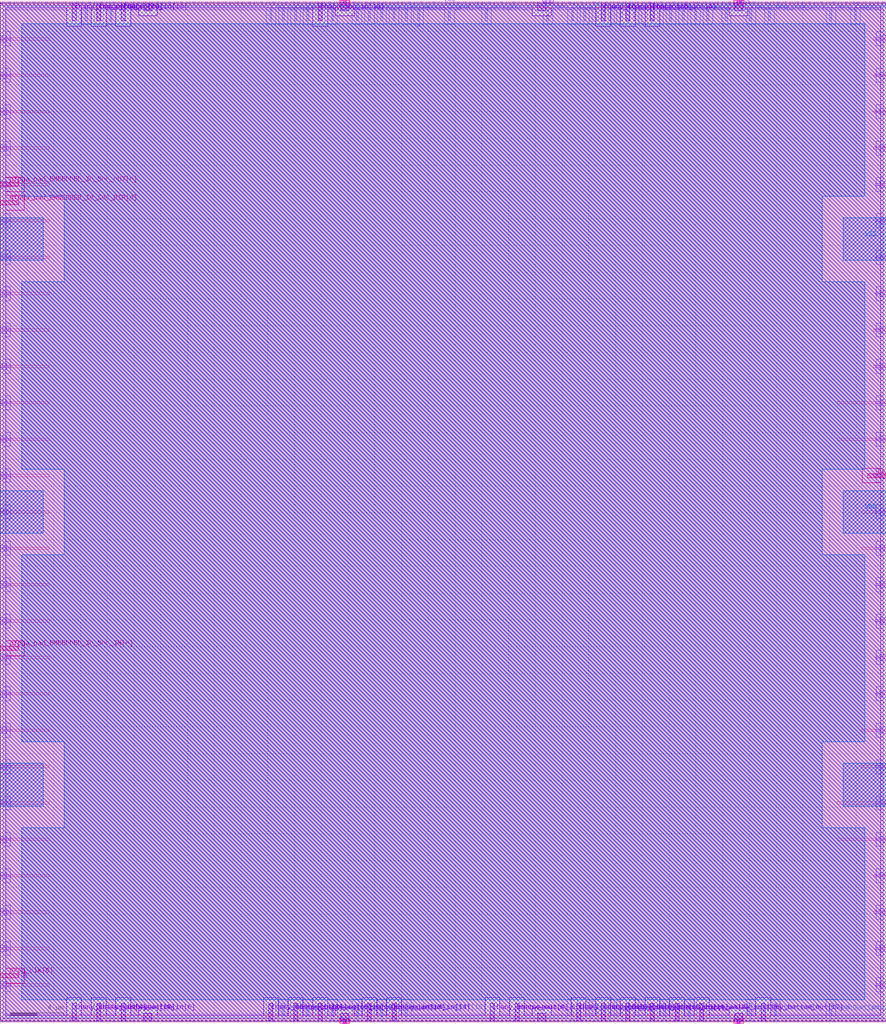
<source format=lef>
VERSION 5.7 ;
BUSBITCHARS "[]" ;

UNITS
  DATABASE MICRONS 1000 ;
END UNITS

MANUFACTURINGGRID 0.005 ;

LAYER li1
  TYPE ROUTING ;
  DIRECTION VERTICAL ;
  PITCH 0.46 ;
  WIDTH 0.17 ;
END li1

LAYER mcon
  TYPE CUT ;
END mcon

LAYER met1
  TYPE ROUTING ;
  DIRECTION HORIZONTAL ;
  PITCH 0.34 ;
  WIDTH 0.14 ;
END met1

LAYER via
  TYPE CUT ;
END via

LAYER met2
  TYPE ROUTING ;
  DIRECTION VERTICAL ;
  PITCH 0.46 ;
  WIDTH 0.14 ;
END met2

LAYER via2
  TYPE CUT ;
END via2

LAYER met3
  TYPE ROUTING ;
  DIRECTION HORIZONTAL ;
  PITCH 0.68 ;
  WIDTH 0.3 ;
END met3

LAYER via3
  TYPE CUT ;
END via3

LAYER met4
  TYPE ROUTING ;
  DIRECTION VERTICAL ;
  PITCH 0.92 ;
  WIDTH 0.3 ;
END met4

LAYER via4
  TYPE CUT ;
END via4

LAYER met5
  TYPE ROUTING ;
  DIRECTION HORIZONTAL ;
  PITCH 3.4 ;
  WIDTH 1.6 ;
END met5

LAYER nwell
  TYPE MASTERSLICE ;
END nwell

LAYER pwell
  TYPE MASTERSLICE ;
END pwell

LAYER OVERLAP
  TYPE OVERLAP ;
END OVERLAP

VIA L1M1_PR
  LAYER li1 ;
    RECT -0.085 -0.085 0.085 0.085 ;
  LAYER mcon ;
    RECT -0.085 -0.085 0.085 0.085 ;
  LAYER met1 ;
    RECT -0.145 -0.115 0.145 0.115 ;
END L1M1_PR

VIA L1M1_PR_R
  LAYER li1 ;
    RECT -0.085 -0.085 0.085 0.085 ;
  LAYER mcon ;
    RECT -0.085 -0.085 0.085 0.085 ;
  LAYER met1 ;
    RECT -0.115 -0.145 0.115 0.145 ;
END L1M1_PR_R

VIA L1M1_PR_M
  LAYER li1 ;
    RECT -0.085 -0.085 0.085 0.085 ;
  LAYER mcon ;
    RECT -0.085 -0.085 0.085 0.085 ;
  LAYER met1 ;
    RECT -0.115 -0.145 0.115 0.145 ;
END L1M1_PR_M

VIA L1M1_PR_MR
  LAYER li1 ;
    RECT -0.085 -0.085 0.085 0.085 ;
  LAYER mcon ;
    RECT -0.085 -0.085 0.085 0.085 ;
  LAYER met1 ;
    RECT -0.145 -0.115 0.145 0.115 ;
END L1M1_PR_MR

VIA L1M1_PR_C
  LAYER li1 ;
    RECT -0.085 -0.085 0.085 0.085 ;
  LAYER mcon ;
    RECT -0.085 -0.085 0.085 0.085 ;
  LAYER met1 ;
    RECT -0.145 -0.145 0.145 0.145 ;
END L1M1_PR_C

VIA M1M2_PR
  LAYER met1 ;
    RECT -0.16 -0.13 0.16 0.13 ;
  LAYER via ;
    RECT -0.075 -0.075 0.075 0.075 ;
  LAYER met2 ;
    RECT -0.13 -0.16 0.13 0.16 ;
END M1M2_PR

VIA M1M2_PR_Enc
  LAYER met1 ;
    RECT -0.16 -0.13 0.16 0.13 ;
  LAYER via ;
    RECT -0.075 -0.075 0.075 0.075 ;
  LAYER met2 ;
    RECT -0.16 -0.13 0.16 0.13 ;
END M1M2_PR_Enc

VIA M1M2_PR_R
  LAYER met1 ;
    RECT -0.13 -0.16 0.13 0.16 ;
  LAYER via ;
    RECT -0.075 -0.075 0.075 0.075 ;
  LAYER met2 ;
    RECT -0.16 -0.13 0.16 0.13 ;
END M1M2_PR_R

VIA M1M2_PR_R_Enc
  LAYER met1 ;
    RECT -0.13 -0.16 0.13 0.16 ;
  LAYER via ;
    RECT -0.075 -0.075 0.075 0.075 ;
  LAYER met2 ;
    RECT -0.13 -0.16 0.13 0.16 ;
END M1M2_PR_R_Enc

VIA M1M2_PR_M
  LAYER met1 ;
    RECT -0.16 -0.13 0.16 0.13 ;
  LAYER via ;
    RECT -0.075 -0.075 0.075 0.075 ;
  LAYER met2 ;
    RECT -0.16 -0.13 0.16 0.13 ;
END M1M2_PR_M

VIA M1M2_PR_M_Enc
  LAYER met1 ;
    RECT -0.16 -0.13 0.16 0.13 ;
  LAYER via ;
    RECT -0.075 -0.075 0.075 0.075 ;
  LAYER met2 ;
    RECT -0.13 -0.16 0.13 0.16 ;
END M1M2_PR_M_Enc

VIA M1M2_PR_MR
  LAYER met1 ;
    RECT -0.13 -0.16 0.13 0.16 ;
  LAYER via ;
    RECT -0.075 -0.075 0.075 0.075 ;
  LAYER met2 ;
    RECT -0.13 -0.16 0.13 0.16 ;
END M1M2_PR_MR

VIA M1M2_PR_MR_Enc
  LAYER met1 ;
    RECT -0.13 -0.16 0.13 0.16 ;
  LAYER via ;
    RECT -0.075 -0.075 0.075 0.075 ;
  LAYER met2 ;
    RECT -0.16 -0.13 0.16 0.13 ;
END M1M2_PR_MR_Enc

VIA M1M2_PR_C
  LAYER met1 ;
    RECT -0.16 -0.16 0.16 0.16 ;
  LAYER via ;
    RECT -0.075 -0.075 0.075 0.075 ;
  LAYER met2 ;
    RECT -0.16 -0.16 0.16 0.16 ;
END M1M2_PR_C

VIA M2M3_PR
  LAYER met2 ;
    RECT -0.14 -0.185 0.14 0.185 ;
  LAYER via2 ;
    RECT -0.1 -0.1 0.1 0.1 ;
  LAYER met3 ;
    RECT -0.165 -0.165 0.165 0.165 ;
END M2M3_PR

VIA M2M3_PR_R
  LAYER met2 ;
    RECT -0.185 -0.14 0.185 0.14 ;
  LAYER via2 ;
    RECT -0.1 -0.1 0.1 0.1 ;
  LAYER met3 ;
    RECT -0.165 -0.165 0.165 0.165 ;
END M2M3_PR_R

VIA M2M3_PR_M
  LAYER met2 ;
    RECT -0.14 -0.185 0.14 0.185 ;
  LAYER via2 ;
    RECT -0.1 -0.1 0.1 0.1 ;
  LAYER met3 ;
    RECT -0.165 -0.165 0.165 0.165 ;
END M2M3_PR_M

VIA M2M3_PR_MR
  LAYER met2 ;
    RECT -0.185 -0.14 0.185 0.14 ;
  LAYER via2 ;
    RECT -0.1 -0.1 0.1 0.1 ;
  LAYER met3 ;
    RECT -0.165 -0.165 0.165 0.165 ;
END M2M3_PR_MR

VIA M2M3_PR_C
  LAYER met2 ;
    RECT -0.185 -0.185 0.185 0.185 ;
  LAYER via2 ;
    RECT -0.1 -0.1 0.1 0.1 ;
  LAYER met3 ;
    RECT -0.165 -0.165 0.165 0.165 ;
END M2M3_PR_C

VIA M3M4_PR
  LAYER met3 ;
    RECT -0.19 -0.16 0.19 0.16 ;
  LAYER via3 ;
    RECT -0.1 -0.1 0.1 0.1 ;
  LAYER met4 ;
    RECT -0.165 -0.165 0.165 0.165 ;
END M3M4_PR

VIA M3M4_PR_R
  LAYER met3 ;
    RECT -0.16 -0.19 0.16 0.19 ;
  LAYER via3 ;
    RECT -0.1 -0.1 0.1 0.1 ;
  LAYER met4 ;
    RECT -0.165 -0.165 0.165 0.165 ;
END M3M4_PR_R

VIA M3M4_PR_M
  LAYER met3 ;
    RECT -0.19 -0.16 0.19 0.16 ;
  LAYER via3 ;
    RECT -0.1 -0.1 0.1 0.1 ;
  LAYER met4 ;
    RECT -0.165 -0.165 0.165 0.165 ;
END M3M4_PR_M

VIA M3M4_PR_MR
  LAYER met3 ;
    RECT -0.16 -0.19 0.16 0.19 ;
  LAYER via3 ;
    RECT -0.1 -0.1 0.1 0.1 ;
  LAYER met4 ;
    RECT -0.165 -0.165 0.165 0.165 ;
END M3M4_PR_MR

VIA M3M4_PR_C
  LAYER met3 ;
    RECT -0.19 -0.19 0.19 0.19 ;
  LAYER via3 ;
    RECT -0.1 -0.1 0.1 0.1 ;
  LAYER met4 ;
    RECT -0.165 -0.165 0.165 0.165 ;
END M3M4_PR_C

VIA M4M5_PR
  LAYER met4 ;
    RECT -0.59 -0.59 0.59 0.59 ;
  LAYER via4 ;
    RECT -0.4 -0.4 0.4 0.4 ;
  LAYER met5 ;
    RECT -0.71 -0.71 0.71 0.71 ;
END M4M5_PR

VIA M4M5_PR_R
  LAYER met4 ;
    RECT -0.59 -0.59 0.59 0.59 ;
  LAYER via4 ;
    RECT -0.4 -0.4 0.4 0.4 ;
  LAYER met5 ;
    RECT -0.71 -0.71 0.71 0.71 ;
END M4M5_PR_R

VIA M4M5_PR_M
  LAYER met4 ;
    RECT -0.59 -0.59 0.59 0.59 ;
  LAYER via4 ;
    RECT -0.4 -0.4 0.4 0.4 ;
  LAYER met5 ;
    RECT -0.71 -0.71 0.71 0.71 ;
END M4M5_PR_M

VIA M4M5_PR_MR
  LAYER met4 ;
    RECT -0.59 -0.59 0.59 0.59 ;
  LAYER via4 ;
    RECT -0.4 -0.4 0.4 0.4 ;
  LAYER met5 ;
    RECT -0.71 -0.71 0.71 0.71 ;
END M4M5_PR_MR

VIA M4M5_PR_C
  LAYER met4 ;
    RECT -0.59 -0.59 0.59 0.59 ;
  LAYER via4 ;
    RECT -0.4 -0.4 0.4 0.4 ;
  LAYER met5 ;
    RECT -0.71 -0.71 0.71 0.71 ;
END M4M5_PR_C

SITE unit
  CLASS CORE ;
  SYMMETRY Y ;
  SIZE 0.46 BY 2.72 ;
END unit

SITE unithddbl
  CLASS CORE ;
  SIZE 0.46 BY 5.44 ;
END unithddbl

MACRO cby_0__1_
  CLASS BLOCK ;
  ORIGIN 0 0 ;
  SIZE 66.24 BY 76.16 ;
  SYMMETRY X Y ;
  PIN prog_clk[0]
    DIRECTION INPUT ;
    USE CLOCK ;
    PORT
      LAYER met3 ;
        RECT 0 3.25 1.38 3.55 ;
    END
  END prog_clk[0]
  PIN chany_bottom_in[0]
    DIRECTION INPUT ;
    USE SIGNAL ;
    PORT
      LAYER met2 ;
        RECT 56.05 0 56.19 1.36 ;
    END
  END chany_bottom_in[0]
  PIN chany_bottom_in[1]
    DIRECTION INPUT ;
    USE SIGNAL ;
    PORT
      LAYER met2 ;
        RECT 24.77 0 24.91 1.36 ;
    END
  END chany_bottom_in[1]
  PIN chany_bottom_in[2]
    DIRECTION INPUT ;
    USE SIGNAL ;
    PORT
      LAYER met2 ;
        RECT 50.53 0 50.67 1.36 ;
    END
  END chany_bottom_in[2]
  PIN chany_bottom_in[3]
    DIRECTION INPUT ;
    USE SIGNAL ;
    PORT
      LAYER met4 ;
        RECT 20.09 0 20.39 1.36 ;
    END
  END chany_bottom_in[3]
  PIN chany_bottom_in[4]
    DIRECTION INPUT ;
    USE SIGNAL ;
    PORT
      LAYER met2 ;
        RECT 49.61 0 49.75 1.36 ;
    END
  END chany_bottom_in[4]
  PIN chany_bottom_in[5]
    DIRECTION INPUT ;
    USE SIGNAL ;
    PORT
      LAYER met4 ;
        RECT 43.09 0 43.39 1.36 ;
    END
  END chany_bottom_in[5]
  PIN chany_bottom_in[6]
    DIRECTION INPUT ;
    USE SIGNAL ;
    PORT
      LAYER met4 ;
        RECT 9.05 0 9.35 1.36 ;
    END
  END chany_bottom_in[6]
  PIN chany_bottom_in[7]
    DIRECTION INPUT ;
    USE SIGNAL ;
    PORT
      LAYER met4 ;
        RECT 50.45 0 50.75 1.36 ;
    END
  END chany_bottom_in[7]
  PIN chany_bottom_in[8]
    DIRECTION INPUT ;
    USE SIGNAL ;
    PORT
      LAYER met4 ;
        RECT 44.93 0 45.23 1.36 ;
    END
  END chany_bottom_in[8]
  PIN chany_bottom_in[9]
    DIRECTION INPUT ;
    USE SIGNAL ;
    PORT
      LAYER met4 ;
        RECT 5.37 0 5.67 1.36 ;
    END
  END chany_bottom_in[9]
  PIN chany_bottom_in[10]
    DIRECTION INPUT ;
    USE SIGNAL ;
    PORT
      LAYER met2 ;
        RECT 46.39 0 46.53 1.36 ;
    END
  END chany_bottom_in[10]
  PIN chany_bottom_in[11]
    DIRECTION INPUT ;
    USE SIGNAL ;
    PORT
      LAYER met4 ;
        RECT 48.61 0 48.91 1.36 ;
    END
  END chany_bottom_in[11]
  PIN chany_bottom_in[12]
    DIRECTION INPUT ;
    USE SIGNAL ;
    PORT
      LAYER met2 ;
        RECT 52.37 0 52.51 1.36 ;
    END
  END chany_bottom_in[12]
  PIN chany_bottom_in[13]
    DIRECTION INPUT ;
    USE SIGNAL ;
    PORT
      LAYER met4 ;
        RECT 46.77 0 47.07 1.36 ;
    END
  END chany_bottom_in[13]
  PIN chany_bottom_in[14]
    DIRECTION INPUT ;
    USE SIGNAL ;
    PORT
      LAYER met4 ;
        RECT 29.29 0 29.59 1.36 ;
    END
  END chany_bottom_in[14]
  PIN chany_bottom_in[15]
    DIRECTION INPUT ;
    USE SIGNAL ;
    PORT
      LAYER met4 ;
        RECT 21.93 0 22.23 1.36 ;
    END
  END chany_bottom_in[15]
  PIN chany_bottom_in[16]
    DIRECTION INPUT ;
    USE SIGNAL ;
    PORT
      LAYER met2 ;
        RECT 48.69 0 48.83 1.36 ;
    END
  END chany_bottom_in[16]
  PIN chany_bottom_in[17]
    DIRECTION INPUT ;
    USE SIGNAL ;
    PORT
      LAYER met4 ;
        RECT 27.45 0 27.75 1.36 ;
    END
  END chany_bottom_in[17]
  PIN chany_bottom_in[18]
    DIRECTION INPUT ;
    USE SIGNAL ;
    PORT
      LAYER met4 ;
        RECT 7.21 0 7.51 1.36 ;
    END
  END chany_bottom_in[18]
  PIN chany_bottom_in[19]
    DIRECTION INPUT ;
    USE SIGNAL ;
    PORT
      LAYER met4 ;
        RECT 23.77 0 24.07 1.36 ;
    END
  END chany_bottom_in[19]
  PIN chany_top_in[0]
    DIRECTION INPUT ;
    USE SIGNAL ;
    PORT
      LAYER met2 ;
        RECT 54.21 74.8 54.35 76.16 ;
    END
  END chany_top_in[0]
  PIN chany_top_in[1]
    DIRECTION INPUT ;
    USE SIGNAL ;
    PORT
      LAYER met2 ;
        RECT 48.23 74.8 48.37 76.16 ;
    END
  END chany_top_in[1]
  PIN chany_top_in[2]
    DIRECTION INPUT ;
    USE SIGNAL ;
    PORT
      LAYER met2 ;
        RECT 57.43 74.8 57.57 76.16 ;
    END
  END chany_top_in[2]
  PIN chany_top_in[3]
    DIRECTION INPUT ;
    USE SIGNAL ;
    PORT
      LAYER met2 ;
        RECT 27.53 74.8 27.67 76.16 ;
    END
  END chany_top_in[3]
  PIN chany_top_in[4]
    DIRECTION INPUT ;
    USE SIGNAL ;
    PORT
      LAYER met2 ;
        RECT 56.05 74.8 56.19 76.16 ;
    END
  END chany_top_in[4]
  PIN chany_top_in[5]
    DIRECTION INPUT ;
    USE SIGNAL ;
    PORT
      LAYER met2 ;
        RECT 23.85 74.8 23.99 76.16 ;
    END
  END chany_top_in[5]
  PIN chany_top_in[6]
    DIRECTION INPUT ;
    USE SIGNAL ;
    PORT
      LAYER met2 ;
        RECT 26.61 74.8 26.75 76.16 ;
    END
  END chany_top_in[6]
  PIN chany_top_in[7]
    DIRECTION INPUT ;
    USE SIGNAL ;
    PORT
      LAYER met2 ;
        RECT 46.39 74.8 46.53 76.16 ;
    END
  END chany_top_in[7]
  PIN chany_top_in[8]
    DIRECTION INPUT ;
    USE SIGNAL ;
    PORT
      LAYER met2 ;
        RECT 47.31 74.8 47.45 76.16 ;
    END
  END chany_top_in[8]
  PIN chany_top_in[9]
    DIRECTION INPUT ;
    USE SIGNAL ;
    PORT
      LAYER met2 ;
        RECT 24.77 74.8 24.91 76.16 ;
    END
  END chany_top_in[9]
  PIN chany_top_in[10]
    DIRECTION INPUT ;
    USE SIGNAL ;
    PORT
      LAYER met2 ;
        RECT 62.03 74.8 62.17 76.16 ;
    END
  END chany_top_in[10]
  PIN chany_top_in[11]
    DIRECTION INPUT ;
    USE SIGNAL ;
    PORT
      LAYER met4 ;
        RECT 44.93 74.8 45.23 76.16 ;
    END
  END chany_top_in[11]
  PIN chany_top_in[12]
    DIRECTION INPUT ;
    USE SIGNAL ;
    PORT
      LAYER met2 ;
        RECT 49.15 74.8 49.29 76.16 ;
    END
  END chany_top_in[12]
  PIN chany_top_in[13]
    DIRECTION INPUT ;
    USE SIGNAL ;
    PORT
      LAYER met4 ;
        RECT 9.05 74.8 9.35 76.16 ;
    END
  END chany_top_in[13]
  PIN chany_top_in[14]
    DIRECTION INPUT ;
    USE SIGNAL ;
    PORT
      LAYER met4 ;
        RECT 48.61 74.8 48.91 76.16 ;
    END
  END chany_top_in[14]
  PIN chany_top_in[15]
    DIRECTION INPUT ;
    USE SIGNAL ;
    PORT
      LAYER met4 ;
        RECT 46.77 74.8 47.07 76.16 ;
    END
  END chany_top_in[15]
  PIN chany_top_in[16]
    DIRECTION INPUT ;
    USE SIGNAL ;
    PORT
      LAYER met2 ;
        RECT 40.87 74.8 41.01 76.16 ;
    END
  END chany_top_in[16]
  PIN chany_top_in[17]
    DIRECTION INPUT ;
    USE SIGNAL ;
    PORT
      LAYER met4 ;
        RECT 5.37 74.8 5.67 76.16 ;
    END
  END chany_top_in[17]
  PIN chany_top_in[18]
    DIRECTION INPUT ;
    USE SIGNAL ;
    PORT
      LAYER met4 ;
        RECT 23.77 74.8 24.07 76.16 ;
    END
  END chany_top_in[18]
  PIN chany_top_in[19]
    DIRECTION INPUT ;
    USE SIGNAL ;
    PORT
      LAYER met4 ;
        RECT 7.21 74.8 7.51 76.16 ;
    END
  END chany_top_in[19]
  PIN ccff_head[0]
    DIRECTION INPUT ;
    USE SIGNAL ;
    PORT
      LAYER met2 ;
        RECT 43.63 74.8 43.77 76.16 ;
    END
  END ccff_head[0]
  PIN chany_bottom_out[0]
    DIRECTION OUTPUT ;
    USE SIGNAL ;
    PORT
      LAYER met2 ;
        RECT 51.45 0 51.59 1.36 ;
    END
  END chany_bottom_out[0]
  PIN chany_bottom_out[1]
    DIRECTION OUTPUT ;
    USE SIGNAL ;
    PORT
      LAYER met2 ;
        RECT 44.55 0 44.69 1.36 ;
    END
  END chany_bottom_out[1]
  PIN chany_bottom_out[2]
    DIRECTION OUTPUT ;
    USE SIGNAL ;
    PORT
      LAYER met2 ;
        RECT 42.71 0 42.85 1.36 ;
    END
  END chany_bottom_out[2]
  PIN chany_bottom_out[3]
    DIRECTION OUTPUT ;
    USE SIGNAL ;
    PORT
      LAYER met2 ;
        RECT 22.01 0 22.15 1.36 ;
    END
  END chany_bottom_out[3]
  PIN chany_bottom_out[4]
    DIRECTION OUTPUT ;
    USE SIGNAL ;
    PORT
      LAYER met2 ;
        RECT 45.47 0 45.61 1.36 ;
    END
  END chany_bottom_out[4]
  PIN chany_bottom_out[5]
    DIRECTION OUTPUT ;
    USE SIGNAL ;
    PORT
      LAYER met2 ;
        RECT 27.53 0 27.67 1.36 ;
    END
  END chany_bottom_out[5]
  PIN chany_bottom_out[6]
    DIRECTION OUTPUT ;
    USE SIGNAL ;
    PORT
      LAYER met2 ;
        RECT 29.37 0 29.51 1.36 ;
    END
  END chany_bottom_out[6]
  PIN chany_bottom_out[7]
    DIRECTION OUTPUT ;
    USE SIGNAL ;
    PORT
      LAYER met2 ;
        RECT 22.93 0 23.07 1.36 ;
    END
  END chany_bottom_out[7]
  PIN chany_bottom_out[8]
    DIRECTION OUTPUT ;
    USE SIGNAL ;
    PORT
      LAYER met2 ;
        RECT 23.85 0 23.99 1.36 ;
    END
  END chany_bottom_out[8]
  PIN chany_bottom_out[9]
    DIRECTION OUTPUT ;
    USE SIGNAL ;
    PORT
      LAYER met4 ;
        RECT 36.65 0 36.95 1.36 ;
    END
  END chany_bottom_out[9]
  PIN chany_bottom_out[10]
    DIRECTION OUTPUT ;
    USE SIGNAL ;
    PORT
      LAYER met4 ;
        RECT 38.49 0 38.79 1.36 ;
    END
  END chany_bottom_out[10]
  PIN chany_bottom_out[11]
    DIRECTION OUTPUT ;
    USE SIGNAL ;
    PORT
      LAYER met2 ;
        RECT 47.31 0 47.45 1.36 ;
    END
  END chany_bottom_out[11]
  PIN chany_bottom_out[12]
    DIRECTION OUTPUT ;
    USE SIGNAL ;
    PORT
      LAYER met2 ;
        RECT 43.63 0 43.77 1.36 ;
    END
  END chany_bottom_out[12]
  PIN chany_bottom_out[13]
    DIRECTION OUTPUT ;
    USE SIGNAL ;
    PORT
      LAYER met2 ;
        RECT 62.03 0 62.17 1.36 ;
    END
  END chany_bottom_out[13]
  PIN chany_bottom_out[14]
    DIRECTION OUTPUT ;
    USE SIGNAL ;
    PORT
      LAYER met2 ;
        RECT 7.29 0 7.43 1.36 ;
    END
  END chany_bottom_out[14]
  PIN chany_bottom_out[15]
    DIRECTION OUTPUT ;
    USE SIGNAL ;
    PORT
      LAYER met2 ;
        RECT 26.61 0 26.75 1.36 ;
    END
  END chany_bottom_out[15]
  PIN chany_bottom_out[16]
    DIRECTION OUTPUT ;
    USE SIGNAL ;
    PORT
      LAYER met2 ;
        RECT 30.29 0 30.43 1.36 ;
    END
  END chany_bottom_out[16]
  PIN chany_bottom_out[17]
    DIRECTION OUTPUT ;
    USE SIGNAL ;
    PORT
      LAYER met4 ;
        RECT 56.89 0 57.19 1.36 ;
    END
  END chany_bottom_out[17]
  PIN chany_bottom_out[18]
    DIRECTION OUTPUT ;
    USE SIGNAL ;
    PORT
      LAYER met4 ;
        RECT 52.29 0 52.59 1.36 ;
    END
  END chany_bottom_out[18]
  PIN chany_bottom_out[19]
    DIRECTION OUTPUT ;
    USE SIGNAL ;
    PORT
      LAYER met2 ;
        RECT 28.45 0 28.59 1.36 ;
    END
  END chany_bottom_out[19]
  PIN chany_top_out[0]
    DIRECTION OUTPUT ;
    USE SIGNAL ;
    PORT
      LAYER met2 ;
        RECT 51.91 74.8 52.05 76.16 ;
    END
  END chany_top_out[0]
  PIN chany_top_out[1]
    DIRECTION OUTPUT ;
    USE SIGNAL ;
    PORT
      LAYER met2 ;
        RECT 45.47 74.8 45.61 76.16 ;
    END
  END chany_top_out[1]
  PIN chany_top_out[2]
    DIRECTION OUTPUT ;
    USE SIGNAL ;
    PORT
      LAYER met2 ;
        RECT 52.83 74.8 52.97 76.16 ;
    END
  END chany_top_out[2]
  PIN chany_top_out[3]
    DIRECTION OUTPUT ;
    USE SIGNAL ;
    PORT
      LAYER met2 ;
        RECT 44.55 74.8 44.69 76.16 ;
    END
  END chany_top_out[3]
  PIN chany_top_out[4]
    DIRECTION OUTPUT ;
    USE SIGNAL ;
    PORT
      LAYER met2 ;
        RECT 42.71 74.8 42.85 76.16 ;
    END
  END chany_top_out[4]
  PIN chany_top_out[5]
    DIRECTION OUTPUT ;
    USE SIGNAL ;
    PORT
      LAYER met2 ;
        RECT 50.07 74.8 50.21 76.16 ;
    END
  END chany_top_out[5]
  PIN chany_top_out[6]
    DIRECTION OUTPUT ;
    USE SIGNAL ;
    PORT
      LAYER met2 ;
        RECT 20.17 74.8 20.31 76.16 ;
    END
  END chany_top_out[6]
  PIN chany_top_out[7]
    DIRECTION OUTPUT ;
    USE SIGNAL ;
    PORT
      LAYER met2 ;
        RECT 22.93 74.8 23.07 76.16 ;
    END
  END chany_top_out[7]
  PIN chany_top_out[8]
    DIRECTION OUTPUT ;
    USE SIGNAL ;
    PORT
      LAYER met2 ;
        RECT 8.21 74.8 8.35 76.16 ;
    END
  END chany_top_out[8]
  PIN chany_top_out[9]
    DIRECTION OUTPUT ;
    USE SIGNAL ;
    PORT
      LAYER met2 ;
        RECT 21.09 74.8 21.23 76.16 ;
    END
  END chany_top_out[9]
  PIN chany_top_out[10]
    DIRECTION OUTPUT ;
    USE SIGNAL ;
    PORT
      LAYER met2 ;
        RECT 33.51 74.8 33.65 76.16 ;
    END
  END chany_top_out[10]
  PIN chany_top_out[11]
    DIRECTION OUTPUT ;
    USE SIGNAL ;
    PORT
      LAYER met2 ;
        RECT 29.37 74.8 29.51 76.16 ;
    END
  END chany_top_out[11]
  PIN chany_top_out[12]
    DIRECTION OUTPUT ;
    USE SIGNAL ;
    PORT
      LAYER met2 ;
        RECT 50.99 74.8 51.13 76.16 ;
    END
  END chany_top_out[12]
  PIN chany_top_out[13]
    DIRECTION OUTPUT ;
    USE SIGNAL ;
    PORT
      LAYER met2 ;
        RECT 30.29 74.8 30.43 76.16 ;
    END
  END chany_top_out[13]
  PIN chany_top_out[14]
    DIRECTION OUTPUT ;
    USE SIGNAL ;
    PORT
      LAYER met2 ;
        RECT 28.45 74.8 28.59 76.16 ;
    END
  END chany_top_out[14]
  PIN chany_top_out[15]
    DIRECTION OUTPUT ;
    USE SIGNAL ;
    PORT
      LAYER met2 ;
        RECT 22.01 74.8 22.15 76.16 ;
    END
  END chany_top_out[15]
  PIN chany_top_out[16]
    DIRECTION OUTPUT ;
    USE SIGNAL ;
    PORT
      LAYER met2 ;
        RECT 36.27 74.8 36.41 76.16 ;
    END
  END chany_top_out[16]
  PIN chany_top_out[17]
    DIRECTION OUTPUT ;
    USE SIGNAL ;
    PORT
      LAYER met2 ;
        RECT 6.37 74.8 6.51 76.16 ;
    END
  END chany_top_out[17]
  PIN chany_top_out[18]
    DIRECTION OUTPUT ;
    USE SIGNAL ;
    PORT
      LAYER met2 ;
        RECT 31.21 74.8 31.35 76.16 ;
    END
  END chany_top_out[18]
  PIN chany_top_out[19]
    DIRECTION OUTPUT ;
    USE SIGNAL ;
    PORT
      LAYER met2 ;
        RECT 7.29 74.8 7.43 76.16 ;
    END
  END chany_top_out[19]
  PIN left_grid_pin_0_[0]
    DIRECTION OUTPUT ;
    USE SIGNAL ;
    PORT
      LAYER met2 ;
        RECT 20.17 0 20.31 1.36 ;
    END
  END left_grid_pin_0_[0]
  PIN ccff_tail[0]
    DIRECTION OUTPUT ;
    USE SIGNAL ;
    PORT
      LAYER met3 ;
        RECT 64.86 40.65 66.24 40.95 ;
    END
  END ccff_tail[0]
  PIN gfpga_pad_EMBEDDED_IO_SOC_IN[0]
    DIRECTION INPUT ;
    USE SIGNAL ;
    PORT
      LAYER met3 ;
        RECT 0 27.73 1.38 28.03 ;
    END
  END gfpga_pad_EMBEDDED_IO_SOC_IN[0]
  PIN gfpga_pad_EMBEDDED_IO_SOC_OUT[0]
    DIRECTION OUTPUT ;
    USE SIGNAL ;
    PORT
      LAYER met3 ;
        RECT 0 62.41 1.38 62.71 ;
    END
  END gfpga_pad_EMBEDDED_IO_SOC_OUT[0]
  PIN gfpga_pad_EMBEDDED_IO_SOC_DIR[0]
    DIRECTION OUTPUT ;
    USE SIGNAL ;
    PORT
      LAYER met3 ;
        RECT 0 61.05 1.38 61.35 ;
    END
  END gfpga_pad_EMBEDDED_IO_SOC_DIR[0]
  PIN right_width_0_height_0__pin_0_[0]
    DIRECTION INPUT ;
    USE SIGNAL ;
    PORT
      LAYER met2 ;
        RECT 21.09 0 21.23 1.36 ;
    END
  END right_width_0_height_0__pin_0_[0]
  PIN right_width_0_height_0__pin_1_upper[0]
    DIRECTION OUTPUT ;
    USE SIGNAL ;
    PORT
      LAYER met2 ;
        RECT 63.87 74.8 64.01 76.16 ;
    END
  END right_width_0_height_0__pin_1_upper[0]
  PIN right_width_0_height_0__pin_1_lower[0]
    DIRECTION OUTPUT ;
    USE SIGNAL ;
    PORT
      LAYER met2 ;
        RECT 57.89 0 58.03 1.36 ;
    END
  END right_width_0_height_0__pin_1_lower[0]
  PIN VDD
    DIRECTION INPUT ;
    USE POWER ;
    PORT
      LAYER met5 ;
        RECT 0 36.48 3.2 39.68 ;
        RECT 63.04 36.48 66.24 39.68 ;
      LAYER met4 ;
        RECT 10.74 0 11.34 0.6 ;
        RECT 40.18 0 40.78 0.6 ;
        RECT 10.74 75.56 11.34 76.16 ;
        RECT 40.18 75.56 40.78 76.16 ;
      LAYER met1 ;
        RECT 0 2.48 0.48 2.96 ;
        RECT 65.76 2.48 66.24 2.96 ;
        RECT 0 7.92 0.48 8.4 ;
        RECT 65.76 7.92 66.24 8.4 ;
        RECT 0 13.36 0.48 13.84 ;
        RECT 65.76 13.36 66.24 13.84 ;
        RECT 0 18.8 0.48 19.28 ;
        RECT 65.76 18.8 66.24 19.28 ;
        RECT 0 24.24 0.48 24.72 ;
        RECT 65.76 24.24 66.24 24.72 ;
        RECT 0 29.68 0.48 30.16 ;
        RECT 65.76 29.68 66.24 30.16 ;
        RECT 0 35.12 0.48 35.6 ;
        RECT 65.76 35.12 66.24 35.6 ;
        RECT 0 40.56 0.48 41.04 ;
        RECT 65.76 40.56 66.24 41.04 ;
        RECT 0 46 0.48 46.48 ;
        RECT 65.76 46 66.24 46.48 ;
        RECT 0 51.44 0.48 51.92 ;
        RECT 65.76 51.44 66.24 51.92 ;
        RECT 0 56.88 0.48 57.36 ;
        RECT 65.76 56.88 66.24 57.36 ;
        RECT 0 62.32 0.48 62.8 ;
        RECT 65.76 62.32 66.24 62.8 ;
        RECT 0 67.76 0.48 68.24 ;
        RECT 65.76 67.76 66.24 68.24 ;
        RECT 0 73.2 0.48 73.68 ;
        RECT 65.76 73.2 66.24 73.68 ;
    END
  END VDD
  PIN VSS
    DIRECTION INPUT ;
    USE GROUND ;
    PORT
      LAYER met5 ;
        RECT 0 16.08 3.2 19.28 ;
        RECT 63.04 16.08 66.24 19.28 ;
        RECT 0 56.88 3.2 60.08 ;
        RECT 63.04 56.88 66.24 60.08 ;
      LAYER met4 ;
        RECT 25.46 0 26.06 0.6 ;
        RECT 54.9 0 55.5 0.6 ;
        RECT 25.46 75.56 26.06 76.16 ;
        RECT 54.9 75.56 55.5 76.16 ;
      LAYER met1 ;
        RECT 0 0 66.24 0.24 ;
        RECT 0 5.2 0.48 5.68 ;
        RECT 65.76 5.2 66.24 5.68 ;
        RECT 0 10.64 0.48 11.12 ;
        RECT 65.76 10.64 66.24 11.12 ;
        RECT 0 16.08 0.48 16.56 ;
        RECT 65.76 16.08 66.24 16.56 ;
        RECT 0 21.52 0.48 22 ;
        RECT 65.76 21.52 66.24 22 ;
        RECT 0 26.96 0.48 27.44 ;
        RECT 65.76 26.96 66.24 27.44 ;
        RECT 0 32.4 0.48 32.88 ;
        RECT 65.76 32.4 66.24 32.88 ;
        RECT 0 37.84 0.48 38.32 ;
        RECT 65.76 37.84 66.24 38.32 ;
        RECT 0 43.28 0.48 43.76 ;
        RECT 65.76 43.28 66.24 43.76 ;
        RECT 0 48.72 0.48 49.2 ;
        RECT 65.76 48.72 66.24 49.2 ;
        RECT 0 54.16 0.48 54.64 ;
        RECT 65.76 54.16 66.24 54.64 ;
        RECT 0 59.6 0.48 60.08 ;
        RECT 65.76 59.6 66.24 60.08 ;
        RECT 0 65.04 0.48 65.52 ;
        RECT 65.76 65.04 66.24 65.52 ;
        RECT 0 70.48 0.48 70.96 ;
        RECT 65.76 70.48 66.24 70.96 ;
        RECT 0 75.92 66.24 76.16 ;
    END
  END VSS
  OBS
    LAYER li1 ;
      RECT 0 76.075 66.24 76.245 ;
      RECT 65.32 73.355 66.24 73.525 ;
      RECT 0 73.355 3.68 73.525 ;
      RECT 65.32 70.635 66.24 70.805 ;
      RECT 0 70.635 3.68 70.805 ;
      RECT 65.32 67.915 66.24 68.085 ;
      RECT 0 67.915 3.68 68.085 ;
      RECT 65.32 65.195 66.24 65.365 ;
      RECT 0 65.195 3.68 65.365 ;
      RECT 65.78 62.475 66.24 62.645 ;
      RECT 0 62.475 3.68 62.645 ;
      RECT 65.78 59.755 66.24 59.925 ;
      RECT 0 59.755 3.68 59.925 ;
      RECT 65.78 57.035 66.24 57.205 ;
      RECT 0 57.035 3.68 57.205 ;
      RECT 65.78 54.315 66.24 54.485 ;
      RECT 0 54.315 3.68 54.485 ;
      RECT 65.32 51.595 66.24 51.765 ;
      RECT 0 51.595 3.68 51.765 ;
      RECT 65.32 48.875 66.24 49.045 ;
      RECT 0 48.875 3.68 49.045 ;
      RECT 62.56 46.155 66.24 46.325 ;
      RECT 0 46.155 3.68 46.325 ;
      RECT 62.56 43.435 66.24 43.605 ;
      RECT 0 43.435 3.68 43.605 ;
      RECT 65.32 40.715 66.24 40.885 ;
      RECT 0 40.715 3.68 40.885 ;
      RECT 64.4 37.995 66.24 38.165 ;
      RECT 0 37.995 3.68 38.165 ;
      RECT 64.4 35.275 66.24 35.445 ;
      RECT 0 35.275 3.68 35.445 ;
      RECT 65.78 32.555 66.24 32.725 ;
      RECT 0 32.555 3.68 32.725 ;
      RECT 65.78 29.835 66.24 30.005 ;
      RECT 0 29.835 3.68 30.005 ;
      RECT 65.78 27.115 66.24 27.285 ;
      RECT 0 27.115 3.68 27.285 ;
      RECT 65.78 24.395 66.24 24.565 ;
      RECT 0 24.395 3.68 24.565 ;
      RECT 64.4 21.675 66.24 21.845 ;
      RECT 0 21.675 3.68 21.845 ;
      RECT 64.4 18.955 66.24 19.125 ;
      RECT 0 18.955 3.68 19.125 ;
      RECT 62.56 16.235 66.24 16.405 ;
      RECT 0 16.235 3.68 16.405 ;
      RECT 62.56 13.515 66.24 13.685 ;
      RECT 0 13.515 3.68 13.685 ;
      RECT 65.32 10.795 66.24 10.965 ;
      RECT 0 10.795 3.68 10.965 ;
      RECT 65.32 8.075 66.24 8.245 ;
      RECT 0 8.075 3.68 8.245 ;
      RECT 65.78 5.355 66.24 5.525 ;
      RECT 0 5.355 3.68 5.525 ;
      RECT 65.78 2.635 66.24 2.805 ;
      RECT 0 2.635 3.68 2.805 ;
      RECT 0 -0.085 66.24 0.085 ;
    LAYER met3 ;
      POLYGON 55.365 76.325 55.365 76.32 55.58 76.32 55.58 76 55.365 76 55.365 75.995 55.035 75.995 55.035 76 54.82 76 54.82 76.32 55.035 76.32 55.035 76.325 ;
      POLYGON 25.925 76.325 25.925 76.32 26.14 76.32 26.14 76 25.925 76 25.925 75.995 25.595 75.995 25.595 76 25.38 76 25.38 76.32 25.595 76.32 25.595 76.325 ;
      POLYGON 55.365 0.165 55.365 0.16 55.58 0.16 55.58 -0.16 55.365 -0.16 55.365 -0.165 55.035 -0.165 55.035 -0.16 54.82 -0.16 54.82 0.16 55.035 0.16 55.035 0.165 ;
      POLYGON 25.925 0.165 25.925 0.16 26.14 0.16 26.14 -0.16 25.925 -0.16 25.925 -0.165 25.595 -0.165 25.595 -0.16 25.38 -0.16 25.38 0.16 25.595 0.16 25.595 0.165 ;
      POLYGON 65.84 75.76 65.84 41.35 64.46 41.35 64.46 40.25 65.84 40.25 65.84 0.4 0.4 0.4 0.4 2.85 1.78 2.85 1.78 3.95 0.4 3.95 0.4 27.33 1.78 27.33 1.78 28.43 0.4 28.43 0.4 60.65 1.78 60.65 1.78 61.75 0.4 61.75 0.4 62.01 1.78 62.01 1.78 63.11 0.4 63.11 0.4 75.76 ;
    LAYER met2 ;
      RECT 55.06 75.975 55.34 76.345 ;
      RECT 25.62 75.975 25.9 76.345 ;
      RECT 55.06 -0.185 55.34 0.185 ;
      RECT 25.62 -0.185 25.9 0.185 ;
      POLYGON 65.96 75.88 65.96 0.28 62.45 0.28 62.45 1.64 61.75 1.64 61.75 0.28 58.31 0.28 58.31 1.64 57.61 1.64 57.61 0.28 56.47 0.28 56.47 1.64 55.77 1.64 55.77 0.28 52.79 0.28 52.79 1.64 52.09 1.64 52.09 0.28 51.87 0.28 51.87 1.64 51.17 1.64 51.17 0.28 50.95 0.28 50.95 1.64 50.25 1.64 50.25 0.28 50.03 0.28 50.03 1.64 49.33 1.64 49.33 0.28 49.11 0.28 49.11 1.64 48.41 1.64 48.41 0.28 47.73 0.28 47.73 1.64 47.03 1.64 47.03 0.28 46.81 0.28 46.81 1.64 46.11 1.64 46.11 0.28 45.89 0.28 45.89 1.64 45.19 1.64 45.19 0.28 44.97 0.28 44.97 1.64 44.27 1.64 44.27 0.28 44.05 0.28 44.05 1.64 43.35 1.64 43.35 0.28 43.13 0.28 43.13 1.64 42.43 1.64 42.43 0.28 30.71 0.28 30.71 1.64 30.01 1.64 30.01 0.28 29.79 0.28 29.79 1.64 29.09 1.64 29.09 0.28 28.87 0.28 28.87 1.64 28.17 1.64 28.17 0.28 27.95 0.28 27.95 1.64 27.25 1.64 27.25 0.28 27.03 0.28 27.03 1.64 26.33 1.64 26.33 0.28 25.19 0.28 25.19 1.64 24.49 1.64 24.49 0.28 24.27 0.28 24.27 1.64 23.57 1.64 23.57 0.28 23.35 0.28 23.35 1.64 22.65 1.64 22.65 0.28 22.43 0.28 22.43 1.64 21.73 1.64 21.73 0.28 21.51 0.28 21.51 1.64 20.81 1.64 20.81 0.28 20.59 0.28 20.59 1.64 19.89 1.64 19.89 0.28 7.71 0.28 7.71 1.64 7.01 1.64 7.01 0.28 0.28 0.28 0.28 75.88 6.09 75.88 6.09 74.52 6.79 74.52 6.79 75.88 7.01 75.88 7.01 74.52 7.71 74.52 7.71 75.88 7.93 75.88 7.93 74.52 8.63 74.52 8.63 75.88 19.89 75.88 19.89 74.52 20.59 74.52 20.59 75.88 20.81 75.88 20.81 74.52 21.51 74.52 21.51 75.88 21.73 75.88 21.73 74.52 22.43 74.52 22.43 75.88 22.65 75.88 22.65 74.52 23.35 74.52 23.35 75.88 23.57 75.88 23.57 74.52 24.27 74.52 24.27 75.88 24.49 75.88 24.49 74.52 25.19 74.52 25.19 75.88 26.33 75.88 26.33 74.52 27.03 74.52 27.03 75.88 27.25 75.88 27.25 74.52 27.95 74.52 27.95 75.88 28.17 75.88 28.17 74.52 28.87 74.52 28.87 75.88 29.09 75.88 29.09 74.52 29.79 74.52 29.79 75.88 30.01 75.88 30.01 74.52 30.71 74.52 30.71 75.88 30.93 75.88 30.93 74.52 31.63 74.52 31.63 75.88 33.23 75.88 33.23 74.52 33.93 74.52 33.93 75.88 35.99 75.88 35.99 74.52 36.69 74.52 36.69 75.88 40.59 75.88 40.59 74.52 41.29 74.52 41.29 75.88 42.43 75.88 42.43 74.52 43.13 74.52 43.13 75.88 43.35 75.88 43.35 74.52 44.05 74.52 44.05 75.88 44.27 75.88 44.27 74.52 44.97 74.52 44.97 75.88 45.19 75.88 45.19 74.52 45.89 74.52 45.89 75.88 46.11 75.88 46.11 74.52 46.81 74.52 46.81 75.88 47.03 75.88 47.03 74.52 47.73 74.52 47.73 75.88 47.95 75.88 47.95 74.52 48.65 74.52 48.65 75.88 48.87 75.88 48.87 74.52 49.57 74.52 49.57 75.88 49.79 75.88 49.79 74.52 50.49 74.52 50.49 75.88 50.71 75.88 50.71 74.52 51.41 74.52 51.41 75.88 51.63 75.88 51.63 74.52 52.33 74.52 52.33 75.88 52.55 75.88 52.55 74.52 53.25 74.52 53.25 75.88 53.93 75.88 53.93 74.52 54.63 74.52 54.63 75.88 55.77 75.88 55.77 74.52 56.47 74.52 56.47 75.88 57.15 75.88 57.15 74.52 57.85 74.52 57.85 75.88 61.75 75.88 61.75 74.52 62.45 74.52 62.45 75.88 63.59 75.88 63.59 74.52 64.29 74.52 64.29 75.88 ;
    LAYER met4 ;
      POLYGON 65.84 75.76 65.84 0.4 57.59 0.4 57.59 1.76 56.49 1.76 56.49 0.4 55.9 0.4 55.9 1 54.5 1 54.5 0.4 52.99 0.4 52.99 1.76 51.89 1.76 51.89 0.4 51.15 0.4 51.15 1.76 50.05 1.76 50.05 0.4 49.31 0.4 49.31 1.76 48.21 1.76 48.21 0.4 47.47 0.4 47.47 1.76 46.37 1.76 46.37 0.4 45.63 0.4 45.63 1.76 44.53 1.76 44.53 0.4 43.79 0.4 43.79 1.76 42.69 1.76 42.69 0.4 41.18 0.4 41.18 1 39.78 1 39.78 0.4 39.19 0.4 39.19 1.76 38.09 1.76 38.09 0.4 37.35 0.4 37.35 1.76 36.25 1.76 36.25 0.4 29.99 0.4 29.99 1.76 28.89 1.76 28.89 0.4 28.15 0.4 28.15 1.76 27.05 1.76 27.05 0.4 26.46 0.4 26.46 1 25.06 1 25.06 0.4 24.47 0.4 24.47 1.76 23.37 1.76 23.37 0.4 22.63 0.4 22.63 1.76 21.53 1.76 21.53 0.4 20.79 0.4 20.79 1.76 19.69 1.76 19.69 0.4 11.74 0.4 11.74 1 10.34 1 10.34 0.4 9.75 0.4 9.75 1.76 8.65 1.76 8.65 0.4 7.91 0.4 7.91 1.76 6.81 1.76 6.81 0.4 6.07 0.4 6.07 1.76 4.97 1.76 4.97 0.4 0.4 0.4 0.4 75.76 4.97 75.76 4.97 74.4 6.07 74.4 6.07 75.76 6.81 75.76 6.81 74.4 7.91 74.4 7.91 75.76 8.65 75.76 8.65 74.4 9.75 74.4 9.75 75.76 10.34 75.76 10.34 75.16 11.74 75.16 11.74 75.76 23.37 75.76 23.37 74.4 24.47 74.4 24.47 75.76 25.06 75.76 25.06 75.16 26.46 75.16 26.46 75.76 39.78 75.76 39.78 75.16 41.18 75.16 41.18 75.76 44.53 75.76 44.53 74.4 45.63 74.4 45.63 75.76 46.37 75.76 46.37 74.4 47.47 74.4 47.47 75.76 48.21 75.76 48.21 74.4 49.31 74.4 49.31 75.76 54.5 75.76 54.5 75.16 55.9 75.16 55.9 75.76 ;
    LAYER met1 ;
      POLYGON 65.96 75.64 65.96 73.96 65.48 73.96 65.48 72.92 65.96 72.92 65.96 71.24 65.48 71.24 65.48 70.2 65.96 70.2 65.96 68.52 65.48 68.52 65.48 67.48 65.96 67.48 65.96 65.8 65.48 65.8 65.48 64.76 65.96 64.76 65.96 63.08 65.48 63.08 65.48 62.04 65.96 62.04 65.96 60.36 65.48 60.36 65.48 59.32 65.96 59.32 65.96 57.64 65.48 57.64 65.48 56.6 65.96 56.6 65.96 54.92 65.48 54.92 65.48 53.88 65.96 53.88 65.96 52.2 65.48 52.2 65.48 51.16 65.96 51.16 65.96 49.48 65.48 49.48 65.48 48.44 65.96 48.44 65.96 46.76 65.48 46.76 65.48 45.72 65.96 45.72 65.96 44.04 65.48 44.04 65.48 43 65.96 43 65.96 41.32 65.48 41.32 65.48 40.28 65.96 40.28 65.96 38.6 65.48 38.6 65.48 37.56 65.96 37.56 65.96 35.88 65.48 35.88 65.48 34.84 65.96 34.84 65.96 33.16 65.48 33.16 65.48 32.12 65.96 32.12 65.96 30.44 65.48 30.44 65.48 29.4 65.96 29.4 65.96 27.72 65.48 27.72 65.48 26.68 65.96 26.68 65.96 25 65.48 25 65.48 23.96 65.96 23.96 65.96 22.28 65.48 22.28 65.48 21.24 65.96 21.24 65.96 19.56 65.48 19.56 65.48 18.52 65.96 18.52 65.96 16.84 65.48 16.84 65.48 15.8 65.96 15.8 65.96 14.12 65.48 14.12 65.48 13.08 65.96 13.08 65.96 11.4 65.48 11.4 65.48 10.36 65.96 10.36 65.96 8.68 65.48 8.68 65.48 7.64 65.96 7.64 65.96 5.96 65.48 5.96 65.48 4.92 65.96 4.92 65.96 3.24 65.48 3.24 65.48 2.2 65.96 2.2 65.96 0.52 0.28 0.52 0.28 2.2 0.76 2.2 0.76 3.24 0.28 3.24 0.28 4.92 0.76 4.92 0.76 5.96 0.28 5.96 0.28 7.64 0.76 7.64 0.76 8.68 0.28 8.68 0.28 10.36 0.76 10.36 0.76 11.4 0.28 11.4 0.28 13.08 0.76 13.08 0.76 14.12 0.28 14.12 0.28 15.8 0.76 15.8 0.76 16.84 0.28 16.84 0.28 18.52 0.76 18.52 0.76 19.56 0.28 19.56 0.28 21.24 0.76 21.24 0.76 22.28 0.28 22.28 0.28 23.96 0.76 23.96 0.76 25 0.28 25 0.28 26.68 0.76 26.68 0.76 27.72 0.28 27.72 0.28 29.4 0.76 29.4 0.76 30.44 0.28 30.44 0.28 32.12 0.76 32.12 0.76 33.16 0.28 33.16 0.28 34.84 0.76 34.84 0.76 35.88 0.28 35.88 0.28 37.56 0.76 37.56 0.76 38.6 0.28 38.6 0.28 40.28 0.76 40.28 0.76 41.32 0.28 41.32 0.28 43 0.76 43 0.76 44.04 0.28 44.04 0.28 45.72 0.76 45.72 0.76 46.76 0.28 46.76 0.28 48.44 0.76 48.44 0.76 49.48 0.28 49.48 0.28 51.16 0.76 51.16 0.76 52.2 0.28 52.2 0.28 53.88 0.76 53.88 0.76 54.92 0.28 54.92 0.28 56.6 0.76 56.6 0.76 57.64 0.28 57.64 0.28 59.32 0.76 59.32 0.76 60.36 0.28 60.36 0.28 62.04 0.76 62.04 0.76 63.08 0.28 63.08 0.28 64.76 0.76 64.76 0.76 65.8 0.28 65.8 0.28 67.48 0.76 67.48 0.76 68.52 0.28 68.52 0.28 70.2 0.76 70.2 0.76 71.24 0.28 71.24 0.28 72.92 0.76 72.92 0.76 73.96 0.28 73.96 0.28 75.64 ;
    LAYER met5 ;
      POLYGON 64.64 74.56 64.64 61.68 61.44 61.68 61.44 55.28 64.64 55.28 64.64 41.28 61.44 41.28 61.44 34.88 64.64 34.88 64.64 20.88 61.44 20.88 61.44 14.48 64.64 14.48 64.64 1.6 1.6 1.6 1.6 14.48 4.8 14.48 4.8 20.88 1.6 20.88 1.6 34.88 4.8 34.88 4.8 41.28 1.6 41.28 1.6 55.28 4.8 55.28 4.8 61.68 1.6 61.68 1.6 74.56 ;
    LAYER li1 ;
      RECT 0.17 0.17 66.07 75.99 ;
    LAYER mcon ;
      RECT 65.925 76.075 66.095 76.245 ;
      RECT 65.465 76.075 65.635 76.245 ;
      RECT 65.005 76.075 65.175 76.245 ;
      RECT 64.545 76.075 64.715 76.245 ;
      RECT 64.085 76.075 64.255 76.245 ;
      RECT 63.625 76.075 63.795 76.245 ;
      RECT 63.165 76.075 63.335 76.245 ;
      RECT 62.705 76.075 62.875 76.245 ;
      RECT 62.245 76.075 62.415 76.245 ;
      RECT 61.785 76.075 61.955 76.245 ;
      RECT 61.325 76.075 61.495 76.245 ;
      RECT 60.865 76.075 61.035 76.245 ;
      RECT 60.405 76.075 60.575 76.245 ;
      RECT 59.945 76.075 60.115 76.245 ;
      RECT 59.485 76.075 59.655 76.245 ;
      RECT 59.025 76.075 59.195 76.245 ;
      RECT 58.565 76.075 58.735 76.245 ;
      RECT 58.105 76.075 58.275 76.245 ;
      RECT 57.645 76.075 57.815 76.245 ;
      RECT 57.185 76.075 57.355 76.245 ;
      RECT 56.725 76.075 56.895 76.245 ;
      RECT 56.265 76.075 56.435 76.245 ;
      RECT 55.805 76.075 55.975 76.245 ;
      RECT 55.345 76.075 55.515 76.245 ;
      RECT 54.885 76.075 55.055 76.245 ;
      RECT 54.425 76.075 54.595 76.245 ;
      RECT 53.965 76.075 54.135 76.245 ;
      RECT 53.505 76.075 53.675 76.245 ;
      RECT 53.045 76.075 53.215 76.245 ;
      RECT 52.585 76.075 52.755 76.245 ;
      RECT 52.125 76.075 52.295 76.245 ;
      RECT 51.665 76.075 51.835 76.245 ;
      RECT 51.205 76.075 51.375 76.245 ;
      RECT 50.745 76.075 50.915 76.245 ;
      RECT 50.285 76.075 50.455 76.245 ;
      RECT 49.825 76.075 49.995 76.245 ;
      RECT 49.365 76.075 49.535 76.245 ;
      RECT 48.905 76.075 49.075 76.245 ;
      RECT 48.445 76.075 48.615 76.245 ;
      RECT 47.985 76.075 48.155 76.245 ;
      RECT 47.525 76.075 47.695 76.245 ;
      RECT 47.065 76.075 47.235 76.245 ;
      RECT 46.605 76.075 46.775 76.245 ;
      RECT 46.145 76.075 46.315 76.245 ;
      RECT 45.685 76.075 45.855 76.245 ;
      RECT 45.225 76.075 45.395 76.245 ;
      RECT 44.765 76.075 44.935 76.245 ;
      RECT 44.305 76.075 44.475 76.245 ;
      RECT 43.845 76.075 44.015 76.245 ;
      RECT 43.385 76.075 43.555 76.245 ;
      RECT 42.925 76.075 43.095 76.245 ;
      RECT 42.465 76.075 42.635 76.245 ;
      RECT 42.005 76.075 42.175 76.245 ;
      RECT 41.545 76.075 41.715 76.245 ;
      RECT 41.085 76.075 41.255 76.245 ;
      RECT 40.625 76.075 40.795 76.245 ;
      RECT 40.165 76.075 40.335 76.245 ;
      RECT 39.705 76.075 39.875 76.245 ;
      RECT 39.245 76.075 39.415 76.245 ;
      RECT 38.785 76.075 38.955 76.245 ;
      RECT 38.325 76.075 38.495 76.245 ;
      RECT 37.865 76.075 38.035 76.245 ;
      RECT 37.405 76.075 37.575 76.245 ;
      RECT 36.945 76.075 37.115 76.245 ;
      RECT 36.485 76.075 36.655 76.245 ;
      RECT 36.025 76.075 36.195 76.245 ;
      RECT 35.565 76.075 35.735 76.245 ;
      RECT 35.105 76.075 35.275 76.245 ;
      RECT 34.645 76.075 34.815 76.245 ;
      RECT 34.185 76.075 34.355 76.245 ;
      RECT 33.725 76.075 33.895 76.245 ;
      RECT 33.265 76.075 33.435 76.245 ;
      RECT 32.805 76.075 32.975 76.245 ;
      RECT 32.345 76.075 32.515 76.245 ;
      RECT 31.885 76.075 32.055 76.245 ;
      RECT 31.425 76.075 31.595 76.245 ;
      RECT 30.965 76.075 31.135 76.245 ;
      RECT 30.505 76.075 30.675 76.245 ;
      RECT 30.045 76.075 30.215 76.245 ;
      RECT 29.585 76.075 29.755 76.245 ;
      RECT 29.125 76.075 29.295 76.245 ;
      RECT 28.665 76.075 28.835 76.245 ;
      RECT 28.205 76.075 28.375 76.245 ;
      RECT 27.745 76.075 27.915 76.245 ;
      RECT 27.285 76.075 27.455 76.245 ;
      RECT 26.825 76.075 26.995 76.245 ;
      RECT 26.365 76.075 26.535 76.245 ;
      RECT 25.905 76.075 26.075 76.245 ;
      RECT 25.445 76.075 25.615 76.245 ;
      RECT 24.985 76.075 25.155 76.245 ;
      RECT 24.525 76.075 24.695 76.245 ;
      RECT 24.065 76.075 24.235 76.245 ;
      RECT 23.605 76.075 23.775 76.245 ;
      RECT 23.145 76.075 23.315 76.245 ;
      RECT 22.685 76.075 22.855 76.245 ;
      RECT 22.225 76.075 22.395 76.245 ;
      RECT 21.765 76.075 21.935 76.245 ;
      RECT 21.305 76.075 21.475 76.245 ;
      RECT 20.845 76.075 21.015 76.245 ;
      RECT 20.385 76.075 20.555 76.245 ;
      RECT 19.925 76.075 20.095 76.245 ;
      RECT 19.465 76.075 19.635 76.245 ;
      RECT 19.005 76.075 19.175 76.245 ;
      RECT 18.545 76.075 18.715 76.245 ;
      RECT 18.085 76.075 18.255 76.245 ;
      RECT 17.625 76.075 17.795 76.245 ;
      RECT 17.165 76.075 17.335 76.245 ;
      RECT 16.705 76.075 16.875 76.245 ;
      RECT 16.245 76.075 16.415 76.245 ;
      RECT 15.785 76.075 15.955 76.245 ;
      RECT 15.325 76.075 15.495 76.245 ;
      RECT 14.865 76.075 15.035 76.245 ;
      RECT 14.405 76.075 14.575 76.245 ;
      RECT 13.945 76.075 14.115 76.245 ;
      RECT 13.485 76.075 13.655 76.245 ;
      RECT 13.025 76.075 13.195 76.245 ;
      RECT 12.565 76.075 12.735 76.245 ;
      RECT 12.105 76.075 12.275 76.245 ;
      RECT 11.645 76.075 11.815 76.245 ;
      RECT 11.185 76.075 11.355 76.245 ;
      RECT 10.725 76.075 10.895 76.245 ;
      RECT 10.265 76.075 10.435 76.245 ;
      RECT 9.805 76.075 9.975 76.245 ;
      RECT 9.345 76.075 9.515 76.245 ;
      RECT 8.885 76.075 9.055 76.245 ;
      RECT 8.425 76.075 8.595 76.245 ;
      RECT 7.965 76.075 8.135 76.245 ;
      RECT 7.505 76.075 7.675 76.245 ;
      RECT 7.045 76.075 7.215 76.245 ;
      RECT 6.585 76.075 6.755 76.245 ;
      RECT 6.125 76.075 6.295 76.245 ;
      RECT 5.665 76.075 5.835 76.245 ;
      RECT 5.205 76.075 5.375 76.245 ;
      RECT 4.745 76.075 4.915 76.245 ;
      RECT 4.285 76.075 4.455 76.245 ;
      RECT 3.825 76.075 3.995 76.245 ;
      RECT 3.365 76.075 3.535 76.245 ;
      RECT 2.905 76.075 3.075 76.245 ;
      RECT 2.445 76.075 2.615 76.245 ;
      RECT 1.985 76.075 2.155 76.245 ;
      RECT 1.525 76.075 1.695 76.245 ;
      RECT 1.065 76.075 1.235 76.245 ;
      RECT 0.605 76.075 0.775 76.245 ;
      RECT 0.145 76.075 0.315 76.245 ;
      RECT 65.925 73.355 66.095 73.525 ;
      RECT 65.465 73.355 65.635 73.525 ;
      RECT 0.605 73.355 0.775 73.525 ;
      RECT 0.145 73.355 0.315 73.525 ;
      RECT 65.925 70.635 66.095 70.805 ;
      RECT 65.465 70.635 65.635 70.805 ;
      RECT 0.605 70.635 0.775 70.805 ;
      RECT 0.145 70.635 0.315 70.805 ;
      RECT 65.925 67.915 66.095 68.085 ;
      RECT 65.465 67.915 65.635 68.085 ;
      RECT 0.605 67.915 0.775 68.085 ;
      RECT 0.145 67.915 0.315 68.085 ;
      RECT 65.925 65.195 66.095 65.365 ;
      RECT 65.465 65.195 65.635 65.365 ;
      RECT 0.605 65.195 0.775 65.365 ;
      RECT 0.145 65.195 0.315 65.365 ;
      RECT 65.925 62.475 66.095 62.645 ;
      RECT 65.465 62.475 65.635 62.645 ;
      RECT 0.605 62.475 0.775 62.645 ;
      RECT 0.145 62.475 0.315 62.645 ;
      RECT 65.925 59.755 66.095 59.925 ;
      RECT 65.465 59.755 65.635 59.925 ;
      RECT 0.605 59.755 0.775 59.925 ;
      RECT 0.145 59.755 0.315 59.925 ;
      RECT 65.925 57.035 66.095 57.205 ;
      RECT 65.465 57.035 65.635 57.205 ;
      RECT 0.605 57.035 0.775 57.205 ;
      RECT 0.145 57.035 0.315 57.205 ;
      RECT 65.925 54.315 66.095 54.485 ;
      RECT 65.465 54.315 65.635 54.485 ;
      RECT 0.605 54.315 0.775 54.485 ;
      RECT 0.145 54.315 0.315 54.485 ;
      RECT 65.925 51.595 66.095 51.765 ;
      RECT 65.465 51.595 65.635 51.765 ;
      RECT 0.605 51.595 0.775 51.765 ;
      RECT 0.145 51.595 0.315 51.765 ;
      RECT 65.925 48.875 66.095 49.045 ;
      RECT 65.465 48.875 65.635 49.045 ;
      RECT 0.605 48.875 0.775 49.045 ;
      RECT 0.145 48.875 0.315 49.045 ;
      RECT 65.925 46.155 66.095 46.325 ;
      RECT 65.465 46.155 65.635 46.325 ;
      RECT 0.605 46.155 0.775 46.325 ;
      RECT 0.145 46.155 0.315 46.325 ;
      RECT 65.925 43.435 66.095 43.605 ;
      RECT 65.465 43.435 65.635 43.605 ;
      RECT 0.605 43.435 0.775 43.605 ;
      RECT 0.145 43.435 0.315 43.605 ;
      RECT 65.925 40.715 66.095 40.885 ;
      RECT 65.465 40.715 65.635 40.885 ;
      RECT 0.605 40.715 0.775 40.885 ;
      RECT 0.145 40.715 0.315 40.885 ;
      RECT 65.925 37.995 66.095 38.165 ;
      RECT 65.465 37.995 65.635 38.165 ;
      RECT 0.605 37.995 0.775 38.165 ;
      RECT 0.145 37.995 0.315 38.165 ;
      RECT 65.925 35.275 66.095 35.445 ;
      RECT 65.465 35.275 65.635 35.445 ;
      RECT 0.605 35.275 0.775 35.445 ;
      RECT 0.145 35.275 0.315 35.445 ;
      RECT 65.925 32.555 66.095 32.725 ;
      RECT 65.465 32.555 65.635 32.725 ;
      RECT 0.605 32.555 0.775 32.725 ;
      RECT 0.145 32.555 0.315 32.725 ;
      RECT 65.925 29.835 66.095 30.005 ;
      RECT 65.465 29.835 65.635 30.005 ;
      RECT 0.605 29.835 0.775 30.005 ;
      RECT 0.145 29.835 0.315 30.005 ;
      RECT 65.925 27.115 66.095 27.285 ;
      RECT 65.465 27.115 65.635 27.285 ;
      RECT 0.605 27.115 0.775 27.285 ;
      RECT 0.145 27.115 0.315 27.285 ;
      RECT 65.925 24.395 66.095 24.565 ;
      RECT 65.465 24.395 65.635 24.565 ;
      RECT 0.605 24.395 0.775 24.565 ;
      RECT 0.145 24.395 0.315 24.565 ;
      RECT 65.925 21.675 66.095 21.845 ;
      RECT 65.465 21.675 65.635 21.845 ;
      RECT 0.605 21.675 0.775 21.845 ;
      RECT 0.145 21.675 0.315 21.845 ;
      RECT 65.925 18.955 66.095 19.125 ;
      RECT 65.465 18.955 65.635 19.125 ;
      RECT 0.605 18.955 0.775 19.125 ;
      RECT 0.145 18.955 0.315 19.125 ;
      RECT 65.925 16.235 66.095 16.405 ;
      RECT 65.465 16.235 65.635 16.405 ;
      RECT 0.605 16.235 0.775 16.405 ;
      RECT 0.145 16.235 0.315 16.405 ;
      RECT 65.925 13.515 66.095 13.685 ;
      RECT 65.465 13.515 65.635 13.685 ;
      RECT 0.605 13.515 0.775 13.685 ;
      RECT 0.145 13.515 0.315 13.685 ;
      RECT 65.925 10.795 66.095 10.965 ;
      RECT 65.465 10.795 65.635 10.965 ;
      RECT 0.605 10.795 0.775 10.965 ;
      RECT 0.145 10.795 0.315 10.965 ;
      RECT 65.925 8.075 66.095 8.245 ;
      RECT 65.465 8.075 65.635 8.245 ;
      RECT 0.605 8.075 0.775 8.245 ;
      RECT 0.145 8.075 0.315 8.245 ;
      RECT 65.925 5.355 66.095 5.525 ;
      RECT 65.465 5.355 65.635 5.525 ;
      RECT 0.605 5.355 0.775 5.525 ;
      RECT 0.145 5.355 0.315 5.525 ;
      RECT 65.925 2.635 66.095 2.805 ;
      RECT 65.465 2.635 65.635 2.805 ;
      RECT 0.605 2.635 0.775 2.805 ;
      RECT 0.145 2.635 0.315 2.805 ;
      RECT 65.925 -0.085 66.095 0.085 ;
      RECT 65.465 -0.085 65.635 0.085 ;
      RECT 65.005 -0.085 65.175 0.085 ;
      RECT 64.545 -0.085 64.715 0.085 ;
      RECT 64.085 -0.085 64.255 0.085 ;
      RECT 63.625 -0.085 63.795 0.085 ;
      RECT 63.165 -0.085 63.335 0.085 ;
      RECT 62.705 -0.085 62.875 0.085 ;
      RECT 62.245 -0.085 62.415 0.085 ;
      RECT 61.785 -0.085 61.955 0.085 ;
      RECT 61.325 -0.085 61.495 0.085 ;
      RECT 60.865 -0.085 61.035 0.085 ;
      RECT 60.405 -0.085 60.575 0.085 ;
      RECT 59.945 -0.085 60.115 0.085 ;
      RECT 59.485 -0.085 59.655 0.085 ;
      RECT 59.025 -0.085 59.195 0.085 ;
      RECT 58.565 -0.085 58.735 0.085 ;
      RECT 58.105 -0.085 58.275 0.085 ;
      RECT 57.645 -0.085 57.815 0.085 ;
      RECT 57.185 -0.085 57.355 0.085 ;
      RECT 56.725 -0.085 56.895 0.085 ;
      RECT 56.265 -0.085 56.435 0.085 ;
      RECT 55.805 -0.085 55.975 0.085 ;
      RECT 55.345 -0.085 55.515 0.085 ;
      RECT 54.885 -0.085 55.055 0.085 ;
      RECT 54.425 -0.085 54.595 0.085 ;
      RECT 53.965 -0.085 54.135 0.085 ;
      RECT 53.505 -0.085 53.675 0.085 ;
      RECT 53.045 -0.085 53.215 0.085 ;
      RECT 52.585 -0.085 52.755 0.085 ;
      RECT 52.125 -0.085 52.295 0.085 ;
      RECT 51.665 -0.085 51.835 0.085 ;
      RECT 51.205 -0.085 51.375 0.085 ;
      RECT 50.745 -0.085 50.915 0.085 ;
      RECT 50.285 -0.085 50.455 0.085 ;
      RECT 49.825 -0.085 49.995 0.085 ;
      RECT 49.365 -0.085 49.535 0.085 ;
      RECT 48.905 -0.085 49.075 0.085 ;
      RECT 48.445 -0.085 48.615 0.085 ;
      RECT 47.985 -0.085 48.155 0.085 ;
      RECT 47.525 -0.085 47.695 0.085 ;
      RECT 47.065 -0.085 47.235 0.085 ;
      RECT 46.605 -0.085 46.775 0.085 ;
      RECT 46.145 -0.085 46.315 0.085 ;
      RECT 45.685 -0.085 45.855 0.085 ;
      RECT 45.225 -0.085 45.395 0.085 ;
      RECT 44.765 -0.085 44.935 0.085 ;
      RECT 44.305 -0.085 44.475 0.085 ;
      RECT 43.845 -0.085 44.015 0.085 ;
      RECT 43.385 -0.085 43.555 0.085 ;
      RECT 42.925 -0.085 43.095 0.085 ;
      RECT 42.465 -0.085 42.635 0.085 ;
      RECT 42.005 -0.085 42.175 0.085 ;
      RECT 41.545 -0.085 41.715 0.085 ;
      RECT 41.085 -0.085 41.255 0.085 ;
      RECT 40.625 -0.085 40.795 0.085 ;
      RECT 40.165 -0.085 40.335 0.085 ;
      RECT 39.705 -0.085 39.875 0.085 ;
      RECT 39.245 -0.085 39.415 0.085 ;
      RECT 38.785 -0.085 38.955 0.085 ;
      RECT 38.325 -0.085 38.495 0.085 ;
      RECT 37.865 -0.085 38.035 0.085 ;
      RECT 37.405 -0.085 37.575 0.085 ;
      RECT 36.945 -0.085 37.115 0.085 ;
      RECT 36.485 -0.085 36.655 0.085 ;
      RECT 36.025 -0.085 36.195 0.085 ;
      RECT 35.565 -0.085 35.735 0.085 ;
      RECT 35.105 -0.085 35.275 0.085 ;
      RECT 34.645 -0.085 34.815 0.085 ;
      RECT 34.185 -0.085 34.355 0.085 ;
      RECT 33.725 -0.085 33.895 0.085 ;
      RECT 33.265 -0.085 33.435 0.085 ;
      RECT 32.805 -0.085 32.975 0.085 ;
      RECT 32.345 -0.085 32.515 0.085 ;
      RECT 31.885 -0.085 32.055 0.085 ;
      RECT 31.425 -0.085 31.595 0.085 ;
      RECT 30.965 -0.085 31.135 0.085 ;
      RECT 30.505 -0.085 30.675 0.085 ;
      RECT 30.045 -0.085 30.215 0.085 ;
      RECT 29.585 -0.085 29.755 0.085 ;
      RECT 29.125 -0.085 29.295 0.085 ;
      RECT 28.665 -0.085 28.835 0.085 ;
      RECT 28.205 -0.085 28.375 0.085 ;
      RECT 27.745 -0.085 27.915 0.085 ;
      RECT 27.285 -0.085 27.455 0.085 ;
      RECT 26.825 -0.085 26.995 0.085 ;
      RECT 26.365 -0.085 26.535 0.085 ;
      RECT 25.905 -0.085 26.075 0.085 ;
      RECT 25.445 -0.085 25.615 0.085 ;
      RECT 24.985 -0.085 25.155 0.085 ;
      RECT 24.525 -0.085 24.695 0.085 ;
      RECT 24.065 -0.085 24.235 0.085 ;
      RECT 23.605 -0.085 23.775 0.085 ;
      RECT 23.145 -0.085 23.315 0.085 ;
      RECT 22.685 -0.085 22.855 0.085 ;
      RECT 22.225 -0.085 22.395 0.085 ;
      RECT 21.765 -0.085 21.935 0.085 ;
      RECT 21.305 -0.085 21.475 0.085 ;
      RECT 20.845 -0.085 21.015 0.085 ;
      RECT 20.385 -0.085 20.555 0.085 ;
      RECT 19.925 -0.085 20.095 0.085 ;
      RECT 19.465 -0.085 19.635 0.085 ;
      RECT 19.005 -0.085 19.175 0.085 ;
      RECT 18.545 -0.085 18.715 0.085 ;
      RECT 18.085 -0.085 18.255 0.085 ;
      RECT 17.625 -0.085 17.795 0.085 ;
      RECT 17.165 -0.085 17.335 0.085 ;
      RECT 16.705 -0.085 16.875 0.085 ;
      RECT 16.245 -0.085 16.415 0.085 ;
      RECT 15.785 -0.085 15.955 0.085 ;
      RECT 15.325 -0.085 15.495 0.085 ;
      RECT 14.865 -0.085 15.035 0.085 ;
      RECT 14.405 -0.085 14.575 0.085 ;
      RECT 13.945 -0.085 14.115 0.085 ;
      RECT 13.485 -0.085 13.655 0.085 ;
      RECT 13.025 -0.085 13.195 0.085 ;
      RECT 12.565 -0.085 12.735 0.085 ;
      RECT 12.105 -0.085 12.275 0.085 ;
      RECT 11.645 -0.085 11.815 0.085 ;
      RECT 11.185 -0.085 11.355 0.085 ;
      RECT 10.725 -0.085 10.895 0.085 ;
      RECT 10.265 -0.085 10.435 0.085 ;
      RECT 9.805 -0.085 9.975 0.085 ;
      RECT 9.345 -0.085 9.515 0.085 ;
      RECT 8.885 -0.085 9.055 0.085 ;
      RECT 8.425 -0.085 8.595 0.085 ;
      RECT 7.965 -0.085 8.135 0.085 ;
      RECT 7.505 -0.085 7.675 0.085 ;
      RECT 7.045 -0.085 7.215 0.085 ;
      RECT 6.585 -0.085 6.755 0.085 ;
      RECT 6.125 -0.085 6.295 0.085 ;
      RECT 5.665 -0.085 5.835 0.085 ;
      RECT 5.205 -0.085 5.375 0.085 ;
      RECT 4.745 -0.085 4.915 0.085 ;
      RECT 4.285 -0.085 4.455 0.085 ;
      RECT 3.825 -0.085 3.995 0.085 ;
      RECT 3.365 -0.085 3.535 0.085 ;
      RECT 2.905 -0.085 3.075 0.085 ;
      RECT 2.445 -0.085 2.615 0.085 ;
      RECT 1.985 -0.085 2.155 0.085 ;
      RECT 1.525 -0.085 1.695 0.085 ;
      RECT 1.065 -0.085 1.235 0.085 ;
      RECT 0.605 -0.085 0.775 0.085 ;
      RECT 0.145 -0.085 0.315 0.085 ;
    LAYER via ;
      RECT 55.125 76.085 55.275 76.235 ;
      RECT 25.685 76.085 25.835 76.235 ;
      RECT 31.205 74.385 31.355 74.535 ;
      RECT 51.445 1.625 51.595 1.775 ;
      RECT 7.285 1.625 7.435 1.775 ;
      RECT 55.125 -0.075 55.275 0.075 ;
      RECT 25.685 -0.075 25.835 0.075 ;
    LAYER via2 ;
      RECT 55.1 76.06 55.3 76.26 ;
      RECT 25.66 76.06 25.86 76.26 ;
      RECT 55.1 -0.1 55.3 0.1 ;
      RECT 25.66 -0.1 25.86 0.1 ;
    LAYER via3 ;
      RECT 55.1 76.06 55.3 76.26 ;
      RECT 25.66 76.06 25.86 76.26 ;
      RECT 1.74 3.3 1.94 3.5 ;
      RECT 55.1 -0.1 55.3 0.1 ;
      RECT 25.66 -0.1 25.86 0.1 ;
    LAYER OVERLAP ;
      POLYGON 0 0 0 76.16 66.24 76.16 66.24 0 ;
  END
END cby_0__1_

END LIBRARY

</source>
